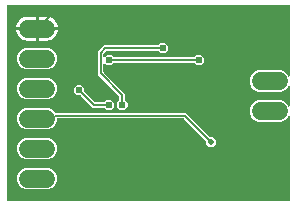
<source format=gbr>
G04 EAGLE Gerber RS-274X export*
G75*
%MOMM*%
%FSLAX34Y34*%
%LPD*%
%INBottom Copper*%
%IPPOS*%
%AMOC8*
5,1,8,0,0,1.08239X$1,22.5*%
G01*
%ADD10C,1.524000*%
%ADD11C,0.604000*%
%ADD12C,0.152400*%
%ADD13C,0.508000*%

G36*
X242510Y3822D02*
X242510Y3822D01*
X242576Y3824D01*
X242619Y3842D01*
X242666Y3850D01*
X242723Y3884D01*
X242783Y3909D01*
X242818Y3940D01*
X242859Y3965D01*
X242901Y4016D01*
X242949Y4060D01*
X242971Y4102D01*
X243000Y4139D01*
X243021Y4201D01*
X243052Y4260D01*
X243060Y4314D01*
X243072Y4351D01*
X243071Y4391D01*
X243079Y4445D01*
X243079Y75617D01*
X243061Y75716D01*
X243047Y75816D01*
X243042Y75826D01*
X243040Y75838D01*
X242988Y75925D01*
X242940Y76013D01*
X242932Y76021D01*
X242925Y76031D01*
X242847Y76094D01*
X242772Y76161D01*
X242760Y76165D01*
X242751Y76172D01*
X242656Y76205D01*
X242562Y76240D01*
X242550Y76240D01*
X242539Y76244D01*
X242439Y76241D01*
X242338Y76242D01*
X242326Y76238D01*
X242314Y76238D01*
X242222Y76200D01*
X242127Y76166D01*
X242118Y76158D01*
X242107Y76153D01*
X242032Y76085D01*
X241956Y76020D01*
X241949Y76009D01*
X241941Y76002D01*
X241920Y75961D01*
X241859Y75860D01*
X241433Y74830D01*
X238860Y72257D01*
X235499Y70865D01*
X216621Y70865D01*
X213260Y72257D01*
X210687Y74830D01*
X209295Y78191D01*
X209295Y81829D01*
X210687Y85190D01*
X213260Y87763D01*
X216621Y89155D01*
X235499Y89155D01*
X238860Y87763D01*
X241433Y85190D01*
X241859Y84160D01*
X241913Y84076D01*
X241965Y83989D01*
X241974Y83982D01*
X241980Y83972D01*
X242061Y83911D01*
X242139Y83848D01*
X242150Y83844D01*
X242160Y83837D01*
X242256Y83808D01*
X242351Y83776D01*
X242363Y83776D01*
X242375Y83773D01*
X242475Y83779D01*
X242576Y83782D01*
X242587Y83787D01*
X242598Y83788D01*
X242690Y83829D01*
X242783Y83867D01*
X242792Y83875D01*
X242803Y83880D01*
X242875Y83950D01*
X242949Y84018D01*
X242955Y84029D01*
X242963Y84037D01*
X243005Y84128D01*
X243052Y84218D01*
X243054Y84231D01*
X243058Y84240D01*
X243062Y84286D01*
X243079Y84403D01*
X243079Y101017D01*
X243061Y101116D01*
X243047Y101216D01*
X243042Y101226D01*
X243040Y101238D01*
X242988Y101325D01*
X242940Y101413D01*
X242932Y101421D01*
X242925Y101431D01*
X242847Y101494D01*
X242772Y101561D01*
X242760Y101565D01*
X242751Y101572D01*
X242656Y101605D01*
X242562Y101640D01*
X242550Y101640D01*
X242539Y101644D01*
X242439Y101641D01*
X242338Y101642D01*
X242326Y101638D01*
X242314Y101638D01*
X242222Y101600D01*
X242127Y101566D01*
X242118Y101558D01*
X242107Y101553D01*
X242032Y101485D01*
X241956Y101420D01*
X241949Y101409D01*
X241941Y101402D01*
X241920Y101361D01*
X241859Y101260D01*
X241433Y100230D01*
X238860Y97657D01*
X235499Y96265D01*
X216621Y96265D01*
X213260Y97657D01*
X210687Y100230D01*
X209295Y103591D01*
X209295Y107229D01*
X210687Y110590D01*
X213260Y113163D01*
X216621Y114555D01*
X235499Y114555D01*
X238860Y113163D01*
X241433Y110590D01*
X241859Y109560D01*
X241913Y109476D01*
X241965Y109389D01*
X241974Y109382D01*
X241980Y109372D01*
X242061Y109311D01*
X242139Y109248D01*
X242150Y109244D01*
X242160Y109237D01*
X242256Y109208D01*
X242351Y109176D01*
X242363Y109176D01*
X242375Y109173D01*
X242475Y109179D01*
X242576Y109182D01*
X242587Y109187D01*
X242598Y109188D01*
X242690Y109229D01*
X242783Y109267D01*
X242792Y109275D01*
X242803Y109280D01*
X242875Y109350D01*
X242949Y109418D01*
X242955Y109429D01*
X242963Y109437D01*
X243005Y109528D01*
X243052Y109618D01*
X243054Y109631D01*
X243058Y109640D01*
X243062Y109686D01*
X243079Y109803D01*
X243079Y169445D01*
X243068Y169510D01*
X243066Y169576D01*
X243048Y169619D01*
X243040Y169666D01*
X243006Y169723D01*
X242981Y169783D01*
X242950Y169818D01*
X242925Y169859D01*
X242874Y169901D01*
X242830Y169949D01*
X242788Y169971D01*
X242751Y170000D01*
X242689Y170021D01*
X242630Y170052D01*
X242576Y170060D01*
X242539Y170072D01*
X242499Y170071D01*
X242445Y170079D01*
X4445Y170079D01*
X4380Y170068D01*
X4314Y170066D01*
X4271Y170048D01*
X4224Y170040D01*
X4167Y170006D01*
X4107Y169981D01*
X4072Y169950D01*
X4031Y169925D01*
X3989Y169874D01*
X3941Y169830D01*
X3919Y169788D01*
X3890Y169751D01*
X3869Y169689D01*
X3838Y169630D01*
X3830Y169576D01*
X3818Y169539D01*
X3819Y169499D01*
X3811Y169445D01*
X3811Y4445D01*
X3822Y4380D01*
X3824Y4314D01*
X3842Y4271D01*
X3850Y4224D01*
X3884Y4167D01*
X3909Y4107D01*
X3940Y4072D01*
X3965Y4031D01*
X4016Y3989D01*
X4060Y3941D01*
X4102Y3919D01*
X4139Y3890D01*
X4201Y3869D01*
X4260Y3838D01*
X4314Y3830D01*
X4351Y3818D01*
X4391Y3819D01*
X4445Y3811D01*
X242445Y3811D01*
X242510Y3822D01*
G37*
%LPC*%
G36*
X174846Y49910D02*
X174846Y49910D01*
X172465Y52291D01*
X172465Y54543D01*
X172458Y54585D01*
X172460Y54627D01*
X172444Y54675D01*
X172444Y54681D01*
X172438Y54697D01*
X172426Y54764D01*
X172404Y54800D01*
X172391Y54841D01*
X172365Y54876D01*
X172360Y54889D01*
X172337Y54914D01*
X172311Y54957D01*
X172295Y54970D01*
X172279Y54992D01*
X153544Y73727D01*
X153509Y73752D01*
X153480Y73783D01*
X153417Y73815D01*
X153359Y73856D01*
X153318Y73866D01*
X153280Y73886D01*
X153191Y73899D01*
X153142Y73912D01*
X153121Y73909D01*
X153095Y73913D01*
X46609Y73913D01*
X46544Y73902D01*
X46478Y73900D01*
X46435Y73882D01*
X46388Y73874D01*
X46331Y73840D01*
X46271Y73815D01*
X46236Y73784D01*
X46195Y73759D01*
X46153Y73708D01*
X46105Y73664D01*
X46083Y73622D01*
X46054Y73585D01*
X46033Y73523D01*
X46002Y73464D01*
X45994Y73410D01*
X45982Y73373D01*
X45983Y73333D01*
X45975Y73279D01*
X45975Y71841D01*
X44583Y68480D01*
X42010Y65907D01*
X38649Y64515D01*
X19771Y64515D01*
X16410Y65907D01*
X13837Y68480D01*
X12445Y71841D01*
X12445Y75479D01*
X13837Y78840D01*
X16410Y81413D01*
X19771Y82805D01*
X38649Y82805D01*
X42010Y81413D01*
X44600Y78823D01*
X44616Y78783D01*
X44656Y78739D01*
X44688Y78690D01*
X44731Y78657D01*
X44768Y78617D01*
X44820Y78590D01*
X44867Y78555D01*
X44919Y78539D01*
X44967Y78514D01*
X45038Y78504D01*
X45082Y78491D01*
X45113Y78493D01*
X45153Y78487D01*
X155252Y78487D01*
X175513Y58226D01*
X175548Y58201D01*
X175577Y58170D01*
X175640Y58138D01*
X175698Y58097D01*
X175739Y58087D01*
X175777Y58067D01*
X175866Y58054D01*
X175915Y58041D01*
X175936Y58044D01*
X175962Y58040D01*
X178214Y58040D01*
X180595Y55659D01*
X180595Y52291D01*
X178214Y49910D01*
X174846Y49910D01*
G37*
%LPD*%
%LPC*%
G36*
X99353Y80545D02*
X99353Y80545D01*
X96691Y83207D01*
X96691Y86973D01*
X98763Y89045D01*
X98788Y89080D01*
X98819Y89108D01*
X98851Y89171D01*
X98892Y89229D01*
X98902Y89270D01*
X98922Y89308D01*
X98935Y89397D01*
X98948Y89446D01*
X98945Y89467D01*
X98949Y89493D01*
X98949Y92532D01*
X98942Y92574D01*
X98944Y92616D01*
X98922Y92683D01*
X98910Y92753D01*
X98888Y92789D01*
X98875Y92830D01*
X98821Y92902D01*
X98795Y92946D01*
X98779Y92959D01*
X98763Y92980D01*
X80799Y110945D01*
X80799Y130355D01*
X86081Y135637D01*
X131487Y135637D01*
X131529Y135644D01*
X131571Y135642D01*
X131638Y135664D01*
X131708Y135676D01*
X131744Y135698D01*
X131785Y135711D01*
X131857Y135765D01*
X131901Y135791D01*
X131914Y135807D01*
X131935Y135823D01*
X134007Y137895D01*
X137773Y137895D01*
X140435Y135233D01*
X140435Y131467D01*
X137773Y128805D01*
X134007Y128805D01*
X131935Y130877D01*
X131900Y130902D01*
X131872Y130933D01*
X131809Y130965D01*
X131751Y131006D01*
X131710Y131016D01*
X131672Y131036D01*
X131583Y131049D01*
X131534Y131062D01*
X131513Y131059D01*
X131487Y131063D01*
X88238Y131063D01*
X88196Y131056D01*
X88153Y131058D01*
X88086Y131036D01*
X88017Y131024D01*
X87980Y131002D01*
X87940Y130989D01*
X87867Y130935D01*
X87824Y130909D01*
X87810Y130893D01*
X87789Y130877D01*
X85559Y128647D01*
X85534Y128612D01*
X85503Y128583D01*
X85471Y128520D01*
X85430Y128463D01*
X85420Y128422D01*
X85400Y128384D01*
X85387Y128294D01*
X85374Y128245D01*
X85377Y128225D01*
X85373Y128198D01*
X85373Y126351D01*
X85389Y126263D01*
X85398Y126175D01*
X85408Y126154D01*
X85412Y126130D01*
X85458Y126054D01*
X85497Y125974D01*
X85514Y125958D01*
X85527Y125937D01*
X85596Y125881D01*
X85660Y125820D01*
X85682Y125811D01*
X85701Y125796D01*
X85785Y125767D01*
X85867Y125733D01*
X85891Y125731D01*
X85913Y125724D01*
X86002Y125726D01*
X86091Y125723D01*
X86114Y125730D01*
X86138Y125730D01*
X86220Y125764D01*
X86305Y125791D01*
X86326Y125807D01*
X86345Y125815D01*
X86383Y125849D01*
X86455Y125903D01*
X88288Y127735D01*
X92053Y127735D01*
X94125Y125663D01*
X94160Y125638D01*
X94188Y125607D01*
X94251Y125575D01*
X94309Y125534D01*
X94350Y125524D01*
X94388Y125504D01*
X94477Y125491D01*
X94526Y125478D01*
X94547Y125481D01*
X94573Y125477D01*
X161967Y125477D01*
X162009Y125484D01*
X162051Y125482D01*
X162118Y125504D01*
X162188Y125516D01*
X162224Y125538D01*
X162265Y125551D01*
X162337Y125605D01*
X162381Y125631D01*
X162394Y125647D01*
X162415Y125663D01*
X164487Y127735D01*
X168253Y127735D01*
X170915Y125073D01*
X170915Y121307D01*
X168253Y118645D01*
X164487Y118645D01*
X162415Y120717D01*
X162380Y120742D01*
X162352Y120773D01*
X162289Y120805D01*
X162231Y120846D01*
X162190Y120856D01*
X162152Y120876D01*
X162063Y120889D01*
X162014Y120902D01*
X161993Y120899D01*
X161967Y120903D01*
X94573Y120903D01*
X94531Y120896D01*
X94489Y120898D01*
X94422Y120876D01*
X94352Y120864D01*
X94316Y120842D01*
X94275Y120829D01*
X94203Y120775D01*
X94159Y120749D01*
X94146Y120733D01*
X94125Y120717D01*
X92053Y118645D01*
X88288Y118645D01*
X86455Y120477D01*
X86382Y120528D01*
X86313Y120584D01*
X86291Y120592D01*
X86271Y120605D01*
X86185Y120628D01*
X86101Y120656D01*
X86077Y120655D01*
X86054Y120661D01*
X85965Y120652D01*
X85876Y120650D01*
X85854Y120641D01*
X85831Y120638D01*
X85751Y120599D01*
X85669Y120565D01*
X85651Y120549D01*
X85630Y120539D01*
X85569Y120474D01*
X85503Y120414D01*
X85492Y120393D01*
X85476Y120375D01*
X85441Y120294D01*
X85400Y120214D01*
X85397Y120188D01*
X85388Y120169D01*
X85386Y120118D01*
X85373Y120029D01*
X85373Y113102D01*
X85380Y113060D01*
X85378Y113017D01*
X85400Y112950D01*
X85412Y112881D01*
X85434Y112844D01*
X85447Y112804D01*
X85501Y112731D01*
X85527Y112688D01*
X85543Y112674D01*
X85559Y112653D01*
X103523Y94689D01*
X103523Y89493D01*
X103530Y89451D01*
X103528Y89409D01*
X103550Y89342D01*
X103562Y89272D01*
X103584Y89236D01*
X103597Y89195D01*
X103651Y89123D01*
X103677Y89079D01*
X103693Y89066D01*
X103709Y89045D01*
X105781Y86973D01*
X105781Y83207D01*
X103119Y80545D01*
X99353Y80545D01*
G37*
%LPD*%
%LPC*%
G36*
X19771Y89915D02*
X19771Y89915D01*
X16410Y91307D01*
X13837Y93880D01*
X12445Y97241D01*
X12445Y100879D01*
X13837Y104240D01*
X16410Y106813D01*
X19771Y108205D01*
X38649Y108205D01*
X42010Y106813D01*
X44583Y104240D01*
X45975Y100879D01*
X45975Y97241D01*
X44583Y93880D01*
X42010Y91307D01*
X38649Y89915D01*
X19771Y89915D01*
G37*
%LPD*%
%LPC*%
G36*
X19771Y39115D02*
X19771Y39115D01*
X16410Y40507D01*
X13837Y43080D01*
X12445Y46441D01*
X12445Y50079D01*
X13837Y53440D01*
X16410Y56013D01*
X19771Y57405D01*
X38649Y57405D01*
X42010Y56013D01*
X44583Y53440D01*
X45975Y50079D01*
X45975Y46441D01*
X44583Y43080D01*
X42010Y40507D01*
X38649Y39115D01*
X19771Y39115D01*
G37*
%LPD*%
%LPC*%
G36*
X19771Y13715D02*
X19771Y13715D01*
X16410Y15107D01*
X13837Y17680D01*
X12445Y21041D01*
X12445Y24679D01*
X13837Y28040D01*
X16410Y30613D01*
X19771Y32005D01*
X38649Y32005D01*
X42010Y30613D01*
X44583Y28040D01*
X45975Y24679D01*
X45975Y21041D01*
X44583Y17680D01*
X42010Y15107D01*
X38649Y13715D01*
X19771Y13715D01*
G37*
%LPD*%
%LPC*%
G36*
X19771Y115315D02*
X19771Y115315D01*
X16410Y116707D01*
X13837Y119280D01*
X12445Y122641D01*
X12445Y126279D01*
X13837Y129640D01*
X16410Y132213D01*
X19771Y133605D01*
X38649Y133605D01*
X42010Y132213D01*
X44583Y129640D01*
X45975Y126279D01*
X45975Y122641D01*
X44583Y119280D01*
X42010Y116707D01*
X38649Y115315D01*
X19771Y115315D01*
G37*
%LPD*%
%LPC*%
G36*
X88287Y80545D02*
X88287Y80545D01*
X86215Y82617D01*
X86180Y82642D01*
X86152Y82673D01*
X86089Y82705D01*
X86031Y82746D01*
X85990Y82756D01*
X85952Y82776D01*
X85863Y82789D01*
X85814Y82802D01*
X85793Y82799D01*
X85767Y82803D01*
X76523Y82803D01*
X66267Y93059D01*
X66233Y93083D01*
X66208Y93110D01*
X66207Y93110D01*
X66203Y93115D01*
X66140Y93147D01*
X66082Y93188D01*
X66041Y93198D01*
X66003Y93218D01*
X65914Y93231D01*
X65865Y93244D01*
X65844Y93241D01*
X65818Y93245D01*
X62887Y93245D01*
X60225Y95907D01*
X60225Y99673D01*
X62887Y102335D01*
X66653Y102335D01*
X69315Y99673D01*
X69315Y96742D01*
X69322Y96700D01*
X69320Y96658D01*
X69342Y96591D01*
X69354Y96521D01*
X69376Y96485D01*
X69389Y96444D01*
X69443Y96371D01*
X69469Y96328D01*
X69485Y96315D01*
X69501Y96293D01*
X78231Y87563D01*
X78266Y87538D01*
X78295Y87507D01*
X78358Y87475D01*
X78416Y87434D01*
X78457Y87424D01*
X78495Y87404D01*
X78584Y87391D01*
X78633Y87378D01*
X78654Y87381D01*
X78680Y87377D01*
X85767Y87377D01*
X85809Y87384D01*
X85851Y87382D01*
X85918Y87404D01*
X85988Y87416D01*
X86024Y87438D01*
X86065Y87451D01*
X86137Y87505D01*
X86181Y87531D01*
X86194Y87547D01*
X86215Y87563D01*
X88287Y89635D01*
X92053Y89635D01*
X94715Y86973D01*
X94715Y83207D01*
X92053Y80545D01*
X88287Y80545D01*
G37*
%LPD*%
%LPC*%
G36*
X30479Y151129D02*
X30479Y151129D01*
X30479Y160021D01*
X37630Y160021D01*
X39209Y159771D01*
X40730Y159276D01*
X42155Y158550D01*
X43449Y157610D01*
X44580Y156479D01*
X45520Y155185D01*
X46246Y153760D01*
X46741Y152239D01*
X46916Y151129D01*
X30479Y151129D01*
G37*
%LPD*%
%LPC*%
G36*
X11504Y151129D02*
X11504Y151129D01*
X11679Y152239D01*
X12174Y153760D01*
X12900Y155185D01*
X13840Y156479D01*
X14971Y157610D01*
X16265Y158550D01*
X17690Y159276D01*
X19211Y159771D01*
X20790Y160021D01*
X27941Y160021D01*
X27941Y151129D01*
X11504Y151129D01*
G37*
%LPD*%
%LPC*%
G36*
X30479Y139699D02*
X30479Y139699D01*
X30479Y148591D01*
X46916Y148591D01*
X46741Y147481D01*
X46246Y145960D01*
X45520Y144535D01*
X44580Y143241D01*
X43449Y142110D01*
X42155Y141170D01*
X40730Y140444D01*
X39209Y139949D01*
X37630Y139699D01*
X30479Y139699D01*
G37*
%LPD*%
%LPC*%
G36*
X20790Y139699D02*
X20790Y139699D01*
X19211Y139949D01*
X17690Y140444D01*
X16265Y141170D01*
X14971Y142110D01*
X13840Y143241D01*
X12900Y144535D01*
X12174Y145960D01*
X11679Y147481D01*
X11504Y148591D01*
X27941Y148591D01*
X27941Y139699D01*
X20790Y139699D01*
G37*
%LPD*%
%LPC*%
G36*
X29209Y149859D02*
X29209Y149859D01*
X29209Y149861D01*
X29211Y149861D01*
X29211Y149859D01*
X29209Y149859D01*
G37*
%LPD*%
D10*
X218440Y105410D02*
X233680Y105410D01*
X233680Y80010D02*
X218440Y80010D01*
X36830Y22860D02*
X21590Y22860D01*
X21590Y48260D02*
X36830Y48260D01*
X36830Y73660D02*
X21590Y73660D01*
X21590Y99060D02*
X36830Y99060D01*
X36830Y124460D02*
X21590Y124460D01*
X21590Y149860D02*
X36830Y149860D01*
D11*
X90170Y123190D03*
X166370Y123190D03*
D12*
X90170Y123190D01*
D11*
X201930Y93980D03*
D12*
X190500Y105410D01*
X190500Y165100D01*
X44450Y165100D01*
X29210Y149860D01*
D11*
X179070Y135890D03*
D12*
X179070Y153670D01*
X190500Y165100D01*
D11*
X90170Y85090D03*
D12*
X77470Y85090D01*
X64770Y97790D01*
D11*
X64770Y97790D03*
D12*
X154305Y76200D02*
X176530Y53975D01*
X41910Y73660D02*
X29210Y73660D01*
D13*
X176530Y53975D03*
D12*
X44450Y76200D02*
X41910Y73660D01*
X44450Y76200D02*
X154305Y76200D01*
D11*
X101236Y85090D03*
D12*
X83086Y111892D02*
X83086Y129408D01*
X87028Y133350D01*
X135890Y133350D01*
X101236Y93742D02*
X101236Y85090D01*
X101236Y93742D02*
X83086Y111892D01*
D11*
X135890Y133350D03*
M02*

</source>
